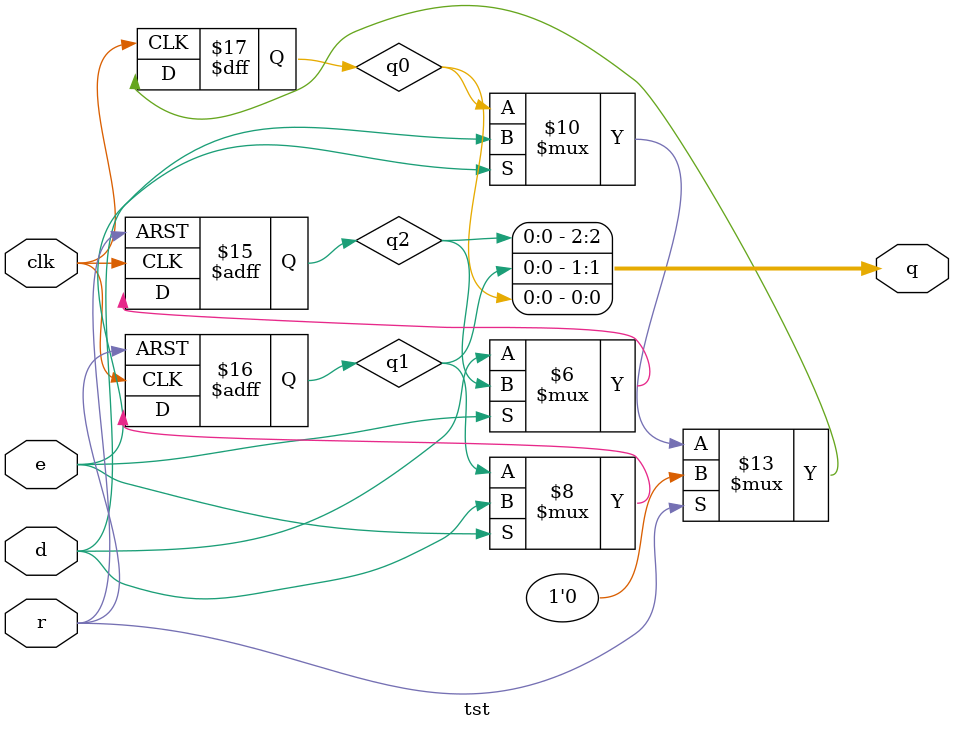
<source format=v>
`define MAXQ 2
module uut (
	input clk,
	input d, r, e,
	output [`MAXQ:0] q
);
	reg q0;
	always @(posedge clk) begin
		if (r)
			q0 <= 0;
		else if (e)
			q0 <= d;
	end

	reg q1;
	always @(posedge clk, posedge r) begin
		if (r)
			q1 <= 0;
		else if (e)
			q1 <= d;
	end

	reg q2;
	always @(posedge clk, negedge r) begin
		if (!r)
			q2 <= 0;
		else if (!e)
			q2 <= d;
	end

	assign q = {q2, q1, q0};
endmodule

module tst (
	input clk,
	input d, r, e,
	output [`MAXQ:0] q
);

	reg q0;
	always @(posedge clk) begin
		if (r)
			q0 <= 0;
		else if (e)
			q0 <= d;
	end

	reg q1;
	always @(posedge clk, posedge r) begin
		if (r)
			q1 <= 0;
		else if (e)
			q1 <= d;
	end

	reg q2;
	always @(posedge clk, negedge r) begin
		if (!r)
			q2 <= 0;
		else if (!e)
			q2 <= d;
	end

	assign q = {q2, q1, q0};

endmodule

`ifdef TESTBENCH
module \$ff #(
	parameter integer WIDTH = 1
) (
	input [WIDTH-1:0] D,
	output reg [WIDTH-1:0] Q
);
	wire sysclk = testbench.sysclk;
	always @(posedge sysclk)
		Q <= D;
endmodule

module testbench;
	reg sysclk;
	always #5 sysclk = (sysclk === 1'b0);

	reg clk;
	always @(posedge sysclk) clk = (clk === 1'b0);

	reg d, r, e;

	wire [`MAXQ:0] q_uut;
	uut uut (.clk(clk), .d(d), .r(r), .e(e), .q(q_uut));

	wire [`MAXQ:0] q_syn;
	syn syn (.clk(clk), .d(d), .r(r), .e(e), .q(q_syn));

	wire [`MAXQ:0] q_prp;
	prp prp (.clk(clk), .d(d), .r(r), .e(e), .q(q_prp));

	wire [`MAXQ:0] q_a2s;
	a2s a2s (.clk(clk), .d(d), .r(r), .e(e), .q(q_a2s));

	wire [`MAXQ:0] q_ffl;
	ffl ffl (.clk(clk), .d(d), .r(r), .e(e), .q(q_ffl));


	wire [`MAXQ:0] q_tst;
	tst tst (.clk(clk), .d(d), .r(r), .e(e), .q(q_tst));

	task printq;
		reg [5*8-1:0] msg;
		begin
			msg = "OK";
			if (q_uut !== q_syn) msg = "SYN";
			if (q_uut !== q_prp) msg = "PRP";
			if (q_uut !== q_a2s) msg = "A2S";
			if (q_uut !== q_ffl) msg = "FFL";
			if (q_uut !== q_tst) msg = "TST";
			$display("%6t %b %b %b %b %b %b %s", $time, q_uut, q_syn, q_prp, q_a2s, q_ffl, q_tst, msg);
			//if (msg != "OK") $finish;
		end
	endtask

	initial if(1) begin
		$dumpfile("async.vcd");
		$dumpvars(0, testbench);
	end

	initial begin
		@(posedge clk);
		d <= 0;
		r <= 0;
		e <= 0;
		@(posedge clk);
		e <= 1;
		@(posedge clk);
		e <= 0;
		repeat (1000) begin
			@(posedge clk);
			printq;
			d <= $random;
			e <= $random;
			#2;
			r <= $random;
		end
		$display("PASS");
		$finish;
	end
endmodule
`endif

</source>
